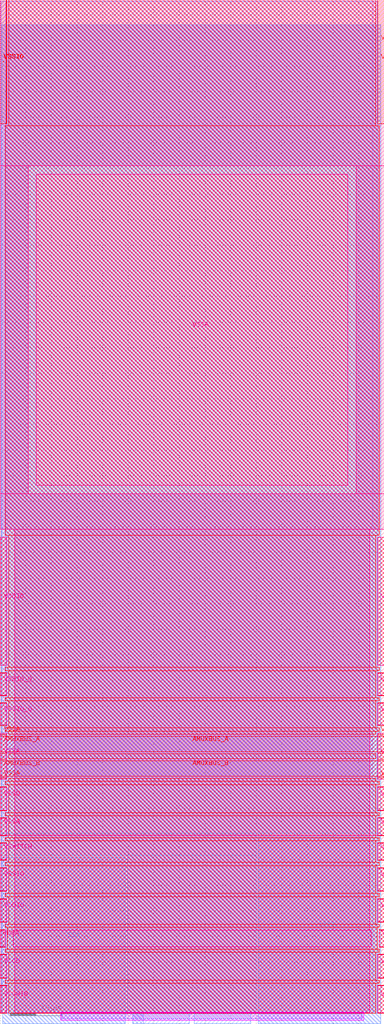
<source format=lef>
VERSION 5.7 ;
  NOWIREEXTENSIONATPIN ON ;
  DIVIDERCHAR "/" ;
  BUSBITCHARS "[]" ;
MACRO sky130_ef_io__vssa_hvc_clamped_pad
  CLASS PAD POWER ;
  FOREIGN sky130_ef_io__vssa_hvc_clamped_pad ;
  ORIGIN 0.000 0.000 ;
  SIZE 75.000 BY 197.965 ;
  PIN AMUXBUS_A
    DIRECTION INOUT ;
    USE SIGNAL ;
    PORT
      LAYER met4 ;
        RECT 0.000 51.090 75.000 54.070 ;
    END
    PORT
      LAYER met4 ;
        RECT 0.000 51.090 1.270 54.070 ;
    END
  END AMUXBUS_A
  PIN AMUXBUS_B
    DIRECTION INOUT ;
    USE SIGNAL ;
    PORT
      LAYER met4 ;
        RECT 0.000 46.330 75.000 49.310 ;
    END
    PORT
      LAYER met4 ;
        RECT 0.000 46.330 1.270 49.310 ;
    END
  END AMUXBUS_B
  PIN VSSA
    DIRECTION INOUT ;
    USE GROUND ;
    PORT
      LAYER met5 ;
        RECT 7.050 103.085 67.890 163.910 ;
    END
    PORT
      LAYER met3 ;
        RECT 0.495 -2.035 24.395 30.480 ;
    END
    PORT
      LAYER met3 ;
        RECT 50.390 -2.035 74.290 34.725 ;
    END
    PORT
      LAYER met5 ;
        RECT 73.730 45.700 75.000 54.700 ;
    END
    PORT
      LAYER met5 ;
        RECT 73.730 34.805 75.000 38.050 ;
    END
    PORT
      LAYER met5 ;
        RECT 0.000 45.700 1.270 54.700 ;
    END
    PORT
      LAYER met5 ;
        RECT 0.000 34.805 1.270 38.050 ;
    END
    PORT
      LAYER met4 ;
        RECT 73.730 49.610 75.000 50.790 ;
    END
    PORT
      LAYER met4 ;
        RECT 73.730 54.370 75.000 54.700 ;
    END
    PORT
      LAYER met4 ;
        RECT 73.730 45.700 75.000 46.030 ;
    END
    PORT
      LAYER met4 ;
        RECT 73.730 34.700 75.000 38.150 ;
    END
    PORT
      LAYER met4 ;
        RECT 0.000 45.700 1.270 46.030 ;
    END
    PORT
      LAYER met4 ;
        RECT 0.000 49.610 1.270 50.790 ;
    END
    PORT
      LAYER met4 ;
        RECT 0.000 54.370 1.270 54.700 ;
    END
    PORT
      LAYER met4 ;
        RECT 0.000 34.700 1.270 38.150 ;
    END
  END VSSA
  PIN VDDA
    DIRECTION INOUT ;
    USE POWER ;
    PORT
      LAYER met5 ;
        RECT 74.035 13.000 75.000 16.250 ;
    END
    PORT
      LAYER met5 ;
        RECT 0.000 13.000 0.965 16.250 ;
    END
    PORT
      LAYER met4 ;
        RECT 74.035 12.900 75.000 16.350 ;
    END
    PORT
      LAYER met4 ;
        RECT 0.000 12.900 0.965 16.350 ;
    END
  END VDDA
  PIN VSWITCH
    DIRECTION INOUT ;
    USE POWER ;
    PORT
      LAYER met5 ;
        RECT 73.730 29.950 75.000 33.200 ;
    END
    PORT
      LAYER met5 ;
        RECT 0.000 29.950 1.270 33.200 ;
    END
    PORT
      LAYER met4 ;
        RECT 73.730 29.850 75.000 33.300 ;
    END
    PORT
      LAYER met4 ;
        RECT 0.000 29.850 1.270 33.300 ;
    END
  END VSWITCH
  PIN VDDIO_Q
    DIRECTION INOUT ;
    USE POWER ;
    PORT
      LAYER met5 ;
        RECT 73.730 62.150 75.000 66.400 ;
    END
    PORT
      LAYER met5 ;
        RECT 0.000 62.150 1.270 66.400 ;
    END
    PORT
      LAYER met4 ;
        RECT 73.730 62.050 75.000 66.500 ;
    END
    PORT
      LAYER met4 ;
        RECT 0.000 62.050 1.270 66.500 ;
    END
  END VDDIO_Q
  PIN VCCHIB
    DIRECTION INOUT ;
    USE POWER ;
    PORT
      LAYER met5 ;
        RECT 73.730 0.100 75.000 5.350 ;
    END
    PORT
      LAYER met5 ;
        RECT 0.000 0.100 1.270 5.350 ;
    END
    PORT
      LAYER met4 ;
        RECT 73.730 0.000 75.000 5.450 ;
    END
    PORT
      LAYER met4 ;
        RECT 0.000 0.000 1.270 5.450 ;
    END
  END VCCHIB
  PIN VDDIO
    DIRECTION INOUT ;
    USE POWER ;
    PORT
      LAYER met5 ;
        RECT 73.730 68.000 75.000 92.950 ;
    END
    PORT
      LAYER met5 ;
        RECT 73.730 17.850 75.000 22.300 ;
    END
    PORT
      LAYER met5 ;
        RECT 0.000 68.000 1.270 92.950 ;
    END
    PORT
      LAYER met5 ;
        RECT 0.000 17.850 1.270 22.300 ;
    END
    PORT
      LAYER met4 ;
        RECT 73.730 17.750 75.000 22.400 ;
    END
    PORT
      LAYER met4 ;
        RECT 73.730 68.000 75.000 92.965 ;
    END
    PORT
      LAYER met4 ;
        RECT 0.000 17.750 1.270 22.400 ;
    END
    PORT
      LAYER met4 ;
        RECT 0.000 68.000 1.270 92.965 ;
    END
  END VDDIO
  PIN VCCD
    DIRECTION INOUT ;
    USE POWER ;
    PORT
      LAYER met5 ;
        RECT 73.730 6.950 75.000 11.400 ;
    END
    PORT
      LAYER met5 ;
        RECT 0.000 6.950 1.270 11.400 ;
    END
    PORT
      LAYER met4 ;
        RECT 73.730 6.850 75.000 11.500 ;
    END
    PORT
      LAYER met4 ;
        RECT 0.000 6.850 1.270 11.500 ;
    END
  END VCCD
  PIN VSSIO
    DIRECTION INOUT ;
    USE GROUND ;
    PORT
      LAYER met4 ;
        RECT 0.000 173.750 1.205 197.965 ;
    END
    PORT
      LAYER met5 ;
        RECT 73.730 23.900 75.000 28.350 ;
    END
    PORT
      LAYER met5 ;
        RECT 0.000 23.900 1.270 28.350 ;
    END
    PORT
      LAYER met4 ;
        RECT 73.730 23.800 75.000 28.450 ;
    END
    PORT
      LAYER met4 ;
        RECT 73.730 173.750 75.000 197.965 ;
    END
    PORT
      LAYER met4 ;
        RECT 0.000 173.750 1.270 197.965 ;
    END
    PORT
      LAYER met4 ;
        RECT 0.000 23.800 1.270 28.450 ;
    END
  END VSSIO
  PIN VSSD
    DIRECTION INOUT ;
    USE GROUND ;
    PORT
      LAYER met5 ;
        RECT 73.730 39.650 75.000 44.100 ;
    END
    PORT
      LAYER met5 ;
        RECT 0.000 39.650 1.270 44.100 ;
    END
    PORT
      LAYER met4 ;
        RECT 73.730 39.550 75.000 44.200 ;
    END
    PORT
      LAYER met4 ;
        RECT 0.000 39.550 1.270 44.200 ;
    END
  END VSSD
  PIN VSSIO_Q
    DIRECTION INOUT ;
    USE GROUND ;
    PORT
      LAYER met5 ;
        RECT 73.730 56.300 75.000 60.550 ;
    END
    PORT
      LAYER met5 ;
        RECT 0.000 56.300 1.270 60.550 ;
    END
    PORT
      LAYER met4 ;
        RECT 73.730 56.200 75.000 60.650 ;
    END
    PORT
      LAYER met4 ;
        RECT 0.000 56.200 1.270 60.650 ;
    END
  END VSSIO_Q
  PIN VSSIO
    DIRECTION INOUT ;
    USE GROUND ;
    PORT
      LAYER met4 ;
        RECT 74.360 189.565 74.370 189.575 ;
    END
  END VSSIO
  OBS
      LAYER nwell ;
        RECT 11.860 -1.350 70.965 0.170 ;
      LAYER li1 ;
        RECT 1.070 0.000 72.775 197.660 ;
        RECT 12.065 -0.145 13.045 0.000 ;
        RECT 69.760 -0.145 70.650 0.000 ;
        RECT 12.065 -1.035 70.650 -0.145 ;
      LAYER met1 ;
        RECT 0.185 0.000 73.620 197.690 ;
        RECT 12.035 -0.115 13.350 0.000 ;
        POLYGON 13.350 0.000 13.465 -0.115 13.350 -0.115 ;
        POLYGON 69.540 0.000 69.540 -0.115 69.425 -0.115 ;
        RECT 69.540 -0.115 70.680 0.000 ;
        RECT 12.035 -1.065 70.680 -0.115 ;
      LAYER met2 ;
        RECT 0.265 0.000 74.290 193.040 ;
        RECT 0.495 -2.035 24.395 0.000 ;
        RECT 25.895 -2.035 27.895 -0.115 ;
        RECT 50.390 -2.035 74.290 0.000 ;
      LAYER met3 ;
        RECT 0.240 35.125 74.290 193.065 ;
        RECT 0.240 30.880 49.990 35.125 ;
        RECT 24.795 0.000 49.990 30.880 ;
        RECT 25.895 -2.035 36.895 0.000 ;
        RECT 37.890 -2.035 48.890 0.000 ;
      LAYER met4 ;
        RECT 1.670 173.350 73.330 197.965 ;
        RECT 0.965 93.365 74.035 173.350 ;
        RECT 1.670 67.600 73.330 93.365 ;
        RECT 0.965 66.900 74.035 67.600 ;
        RECT 1.670 61.650 73.330 66.900 ;
        RECT 0.965 61.050 74.035 61.650 ;
        RECT 1.670 55.800 73.330 61.050 ;
        RECT 0.965 55.100 74.035 55.800 ;
        RECT 1.670 54.470 73.330 55.100 ;
        RECT 1.670 49.710 73.330 50.690 ;
        RECT 1.670 45.300 73.330 45.930 ;
        RECT 0.965 44.600 74.035 45.300 ;
        RECT 1.670 39.150 73.330 44.600 ;
        RECT 0.965 38.550 74.035 39.150 ;
        RECT 1.670 34.300 73.330 38.550 ;
        RECT 0.965 33.700 74.035 34.300 ;
        RECT 1.670 29.450 73.330 33.700 ;
        RECT 0.965 28.850 74.035 29.450 ;
        RECT 1.670 23.400 73.330 28.850 ;
        RECT 0.965 22.800 74.035 23.400 ;
        RECT 1.670 17.350 73.330 22.800 ;
        RECT 0.965 16.750 74.035 17.350 ;
        RECT 1.365 12.500 73.635 16.750 ;
        RECT 0.965 11.900 74.035 12.500 ;
        RECT 1.670 6.450 73.330 11.900 ;
        RECT 0.965 5.850 74.035 6.450 ;
        RECT 1.670 0.000 73.330 5.850 ;
      LAYER met5 ;
        RECT 0.000 165.510 75.000 197.965 ;
        RECT 0.000 101.485 5.450 165.510 ;
        RECT 69.490 101.485 75.000 165.510 ;
        RECT 0.000 94.550 75.000 101.485 ;
        RECT 2.870 34.805 72.130 94.550 ;
        RECT 0.000 34.800 75.000 34.805 ;
        RECT 2.870 16.250 72.130 34.800 ;
        RECT 2.565 13.000 72.435 16.250 ;
        RECT 2.870 0.100 72.130 13.000 ;
  END
END sky130_ef_io__vssa_hvc_clamped_pad
END LIBRARY


</source>
